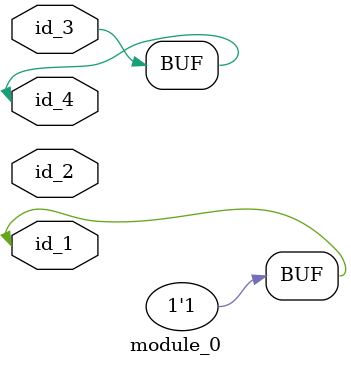
<source format=v>
module module_0 (
    id_1,
    id_2,
    id_3,
    id_4
);
  inout id_4;
  inout id_3;
  inout id_2;
  inout id_1;
  assign id_1 = 1;
  assign id_4 = id_3;
endmodule

</source>
